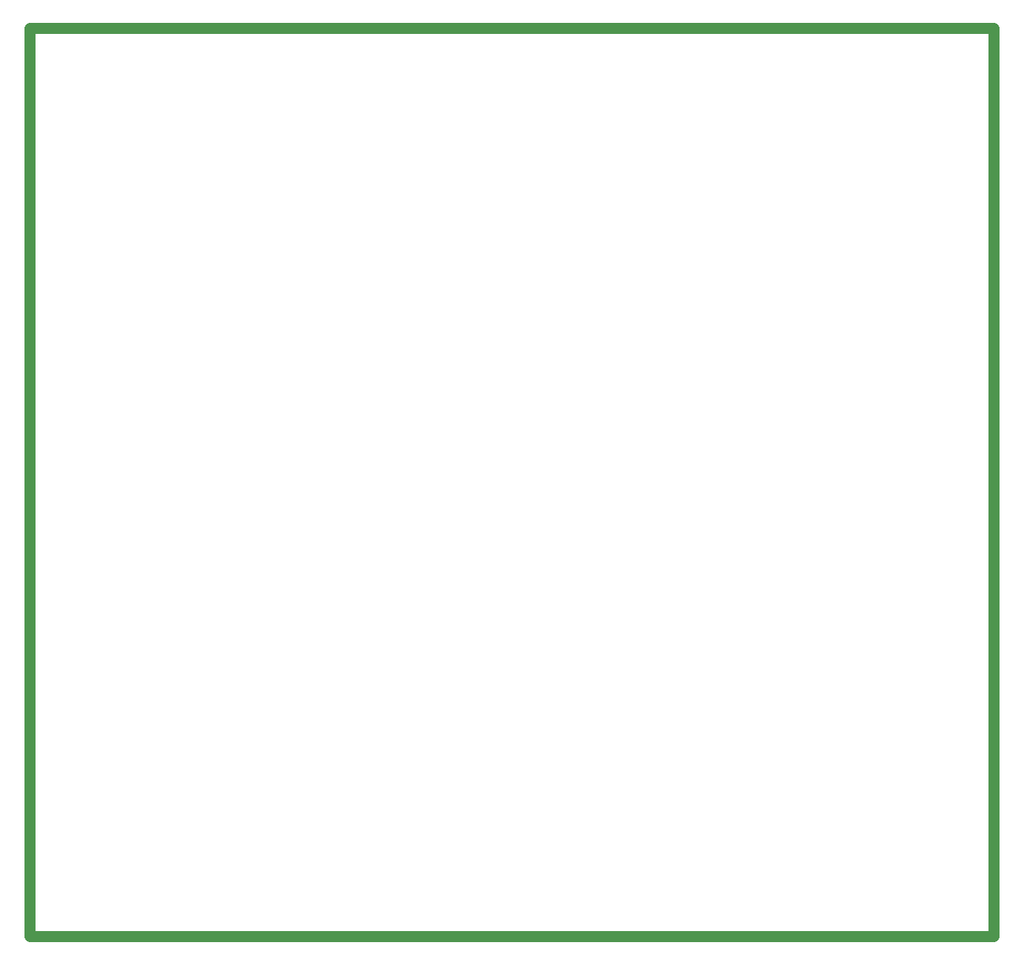
<source format=gm1>
G04*
G04 #@! TF.GenerationSoftware,Altium Limited,Altium Designer,23.0.1 (38)*
G04*
G04 Layer_Color=16711935*
%FSLAX44Y44*%
%MOMM*%
G71*
G04*
G04 #@! TF.SameCoordinates,110CD8AD-1924-4517-BBA5-4E1113904411*
G04*
G04*
G04 #@! TF.FilePolarity,Positive*
G04*
G01*
G75*
%ADD84C,1.2000*%
D84*
X254000Y873760D02*
Y1847850D01*
X1287780D01*
X1287780Y873760D01*
X254000D02*
X1287780D01*
M02*

</source>
